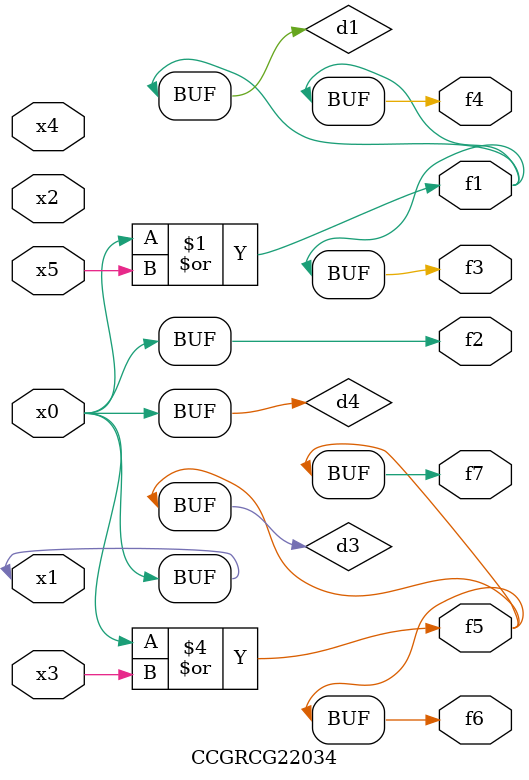
<source format=v>
module CCGRCG22034(
	input x0, x1, x2, x3, x4, x5,
	output f1, f2, f3, f4, f5, f6, f7
);

	wire d1, d2, d3, d4;

	or (d1, x0, x5);
	xnor (d2, x1, x4);
	or (d3, x0, x3);
	buf (d4, x0, x1);
	assign f1 = d1;
	assign f2 = d4;
	assign f3 = d1;
	assign f4 = d1;
	assign f5 = d3;
	assign f6 = d3;
	assign f7 = d3;
endmodule

</source>
